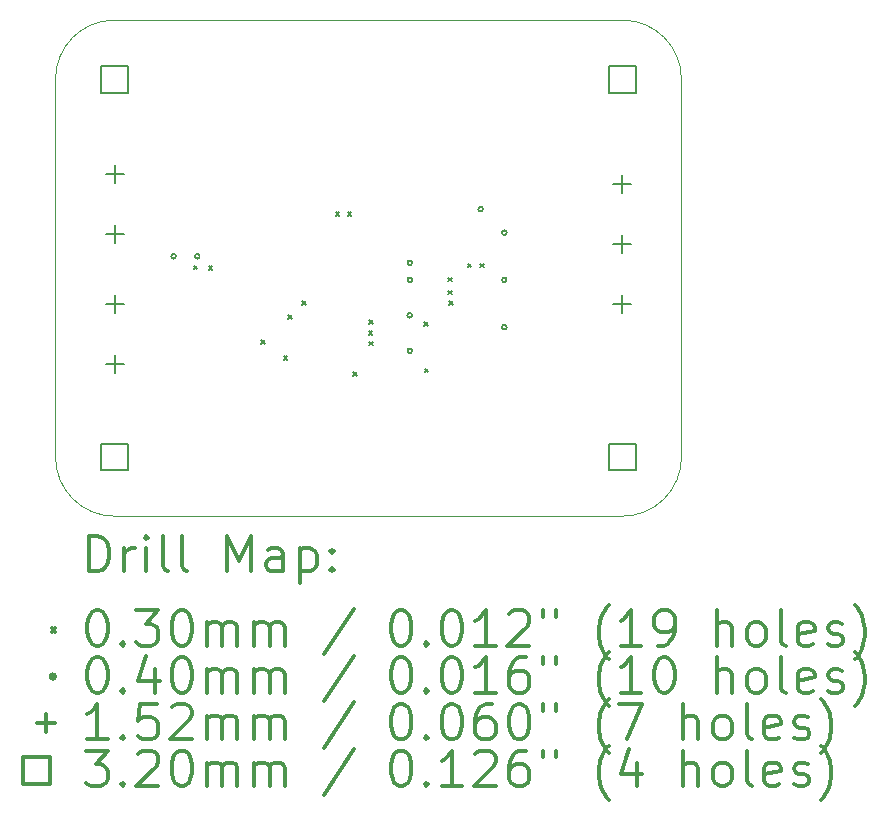
<source format=gbr>
%FSLAX45Y45*%
G04 Gerber Fmt 4.5, Leading zero omitted, Abs format (unit mm)*
G04 Created by KiCad (PCBNEW (5.1.9)-1) date 2021-08-16 02:36:11*
%MOMM*%
%LPD*%
G01*
G04 APERTURE LIST*
%TA.AperFunction,Profile*%
%ADD10C,0.050000*%
%TD*%
%ADD11C,0.200000*%
%ADD12C,0.300000*%
G04 APERTURE END LIST*
D10*
X18300000Y38500000D02*
X14000000Y38500000D01*
X14000000Y42700000D02*
X18300000Y42700000D01*
X13500000Y42200000D02*
G75*
G02*
X14000000Y42700000I500000J0D01*
G01*
X14000000Y38500000D02*
G75*
G02*
X13500000Y39000000I0J500000D01*
G01*
X13500000Y39000000D02*
X13500000Y42200000D01*
X18800000Y39000000D02*
G75*
G02*
X18300000Y38500000I-500000J0D01*
G01*
X18300000Y42700000D02*
G75*
G02*
X18800000Y42200000I0J-500000D01*
G01*
X18800000Y42200000D02*
X18800000Y39000000D01*
D11*
X14672000Y40620000D02*
X14702000Y40590000D01*
X14702000Y40620000D02*
X14672000Y40590000D01*
X14796000Y40615000D02*
X14826000Y40585000D01*
X14826000Y40615000D02*
X14796000Y40585000D01*
X15241000Y39991000D02*
X15271000Y39961000D01*
X15271000Y39991000D02*
X15241000Y39961000D01*
X15431000Y39852000D02*
X15461000Y39822000D01*
X15461000Y39852000D02*
X15431000Y39822000D01*
X15470000Y40200000D02*
X15500000Y40170000D01*
X15500000Y40200000D02*
X15470000Y40170000D01*
X15589000Y40320000D02*
X15619000Y40290000D01*
X15619000Y40320000D02*
X15589000Y40290000D01*
X15874000Y41074000D02*
X15904000Y41044000D01*
X15904000Y41074000D02*
X15874000Y41044000D01*
X15976000Y41073000D02*
X16006000Y41043000D01*
X16006000Y41073000D02*
X15976000Y41043000D01*
X16022000Y39720000D02*
X16052000Y39690000D01*
X16052000Y39720000D02*
X16022000Y39690000D01*
X16154000Y40068000D02*
X16184000Y40038000D01*
X16184000Y40068000D02*
X16154000Y40038000D01*
X16155000Y40157000D02*
X16185000Y40127000D01*
X16185000Y40157000D02*
X16155000Y40127000D01*
X16157000Y39977000D02*
X16187000Y39947000D01*
X16187000Y39977000D02*
X16157000Y39947000D01*
X16624000Y40140000D02*
X16654000Y40110000D01*
X16654000Y40140000D02*
X16624000Y40110000D01*
X16628000Y39749000D02*
X16658000Y39719000D01*
X16658000Y39749000D02*
X16628000Y39719000D01*
X16827000Y40518000D02*
X16857000Y40488000D01*
X16857000Y40518000D02*
X16827000Y40488000D01*
X16827000Y40408000D02*
X16857000Y40378000D01*
X16857000Y40408000D02*
X16827000Y40378000D01*
X16834000Y40319000D02*
X16864000Y40289000D01*
X16864000Y40319000D02*
X16834000Y40289000D01*
X16989000Y40636000D02*
X17019000Y40606000D01*
X17019000Y40636000D02*
X16989000Y40606000D01*
X17095000Y40636000D02*
X17125000Y40606000D01*
X17125000Y40636000D02*
X17095000Y40606000D01*
X14520000Y40700000D02*
G75*
G03*
X14520000Y40700000I-20000J0D01*
G01*
X14720000Y40700000D02*
G75*
G03*
X14720000Y40700000I-20000J0D01*
G01*
X16520000Y40645000D02*
G75*
G03*
X16520000Y40645000I-20000J0D01*
G01*
X16520000Y40500000D02*
G75*
G03*
X16520000Y40500000I-20000J0D01*
G01*
X16520000Y40200000D02*
G75*
G03*
X16520000Y40200000I-20000J0D01*
G01*
X16520000Y39900000D02*
G75*
G03*
X16520000Y39900000I-20000J0D01*
G01*
X17120000Y41100000D02*
G75*
G03*
X17120000Y41100000I-20000J0D01*
G01*
X17320000Y40900000D02*
G75*
G03*
X17320000Y40900000I-20000J0D01*
G01*
X17320000Y40500000D02*
G75*
G03*
X17320000Y40500000I-20000J0D01*
G01*
X17320000Y40100000D02*
G75*
G03*
X17320000Y40100000I-20000J0D01*
G01*
X14000000Y41476000D02*
X14000000Y41324000D01*
X13924000Y41400000D02*
X14076000Y41400000D01*
X14000000Y40968000D02*
X14000000Y40816000D01*
X13924000Y40892000D02*
X14076000Y40892000D01*
X14000000Y40376000D02*
X14000000Y40224000D01*
X13924000Y40300000D02*
X14076000Y40300000D01*
X14000000Y39868000D02*
X14000000Y39716000D01*
X13924000Y39792000D02*
X14076000Y39792000D01*
X18300000Y41392000D02*
X18300000Y41240000D01*
X18224000Y41316000D02*
X18376000Y41316000D01*
X18300000Y40884000D02*
X18300000Y40732000D01*
X18224000Y40808000D02*
X18376000Y40808000D01*
X18300000Y40376000D02*
X18300000Y40224000D01*
X18224000Y40300000D02*
X18376000Y40300000D01*
X14113138Y42086862D02*
X14113138Y42313138D01*
X13886862Y42313138D01*
X13886862Y42086862D01*
X14113138Y42086862D01*
X14113138Y38886862D02*
X14113138Y39113138D01*
X13886862Y39113138D01*
X13886862Y38886862D01*
X14113138Y38886862D01*
X18413138Y42086862D02*
X18413138Y42313138D01*
X18186862Y42313138D01*
X18186862Y42086862D01*
X18413138Y42086862D01*
X18413138Y38886862D02*
X18413138Y39113138D01*
X18186862Y39113138D01*
X18186862Y38886862D01*
X18413138Y38886862D01*
D12*
X13783928Y38031786D02*
X13783928Y38331786D01*
X13855357Y38331786D01*
X13898214Y38317500D01*
X13926786Y38288928D01*
X13941071Y38260357D01*
X13955357Y38203214D01*
X13955357Y38160357D01*
X13941071Y38103214D01*
X13926786Y38074643D01*
X13898214Y38046071D01*
X13855357Y38031786D01*
X13783928Y38031786D01*
X14083928Y38031786D02*
X14083928Y38231786D01*
X14083928Y38174643D02*
X14098214Y38203214D01*
X14112500Y38217500D01*
X14141071Y38231786D01*
X14169643Y38231786D01*
X14269643Y38031786D02*
X14269643Y38231786D01*
X14269643Y38331786D02*
X14255357Y38317500D01*
X14269643Y38303214D01*
X14283928Y38317500D01*
X14269643Y38331786D01*
X14269643Y38303214D01*
X14455357Y38031786D02*
X14426786Y38046071D01*
X14412500Y38074643D01*
X14412500Y38331786D01*
X14612500Y38031786D02*
X14583928Y38046071D01*
X14569643Y38074643D01*
X14569643Y38331786D01*
X14955357Y38031786D02*
X14955357Y38331786D01*
X15055357Y38117500D01*
X15155357Y38331786D01*
X15155357Y38031786D01*
X15426786Y38031786D02*
X15426786Y38188928D01*
X15412500Y38217500D01*
X15383928Y38231786D01*
X15326786Y38231786D01*
X15298214Y38217500D01*
X15426786Y38046071D02*
X15398214Y38031786D01*
X15326786Y38031786D01*
X15298214Y38046071D01*
X15283928Y38074643D01*
X15283928Y38103214D01*
X15298214Y38131786D01*
X15326786Y38146071D01*
X15398214Y38146071D01*
X15426786Y38160357D01*
X15569643Y38231786D02*
X15569643Y37931786D01*
X15569643Y38217500D02*
X15598214Y38231786D01*
X15655357Y38231786D01*
X15683928Y38217500D01*
X15698214Y38203214D01*
X15712500Y38174643D01*
X15712500Y38088928D01*
X15698214Y38060357D01*
X15683928Y38046071D01*
X15655357Y38031786D01*
X15598214Y38031786D01*
X15569643Y38046071D01*
X15841071Y38060357D02*
X15855357Y38046071D01*
X15841071Y38031786D01*
X15826786Y38046071D01*
X15841071Y38060357D01*
X15841071Y38031786D01*
X15841071Y38217500D02*
X15855357Y38203214D01*
X15841071Y38188928D01*
X15826786Y38203214D01*
X15841071Y38217500D01*
X15841071Y38188928D01*
X13467500Y37552500D02*
X13497500Y37522500D01*
X13497500Y37552500D02*
X13467500Y37522500D01*
X13841071Y37701786D02*
X13869643Y37701786D01*
X13898214Y37687500D01*
X13912500Y37673214D01*
X13926786Y37644643D01*
X13941071Y37587500D01*
X13941071Y37516071D01*
X13926786Y37458928D01*
X13912500Y37430357D01*
X13898214Y37416071D01*
X13869643Y37401786D01*
X13841071Y37401786D01*
X13812500Y37416071D01*
X13798214Y37430357D01*
X13783928Y37458928D01*
X13769643Y37516071D01*
X13769643Y37587500D01*
X13783928Y37644643D01*
X13798214Y37673214D01*
X13812500Y37687500D01*
X13841071Y37701786D01*
X14069643Y37430357D02*
X14083928Y37416071D01*
X14069643Y37401786D01*
X14055357Y37416071D01*
X14069643Y37430357D01*
X14069643Y37401786D01*
X14183928Y37701786D02*
X14369643Y37701786D01*
X14269643Y37587500D01*
X14312500Y37587500D01*
X14341071Y37573214D01*
X14355357Y37558928D01*
X14369643Y37530357D01*
X14369643Y37458928D01*
X14355357Y37430357D01*
X14341071Y37416071D01*
X14312500Y37401786D01*
X14226786Y37401786D01*
X14198214Y37416071D01*
X14183928Y37430357D01*
X14555357Y37701786D02*
X14583928Y37701786D01*
X14612500Y37687500D01*
X14626786Y37673214D01*
X14641071Y37644643D01*
X14655357Y37587500D01*
X14655357Y37516071D01*
X14641071Y37458928D01*
X14626786Y37430357D01*
X14612500Y37416071D01*
X14583928Y37401786D01*
X14555357Y37401786D01*
X14526786Y37416071D01*
X14512500Y37430357D01*
X14498214Y37458928D01*
X14483928Y37516071D01*
X14483928Y37587500D01*
X14498214Y37644643D01*
X14512500Y37673214D01*
X14526786Y37687500D01*
X14555357Y37701786D01*
X14783928Y37401786D02*
X14783928Y37601786D01*
X14783928Y37573214D02*
X14798214Y37587500D01*
X14826786Y37601786D01*
X14869643Y37601786D01*
X14898214Y37587500D01*
X14912500Y37558928D01*
X14912500Y37401786D01*
X14912500Y37558928D02*
X14926786Y37587500D01*
X14955357Y37601786D01*
X14998214Y37601786D01*
X15026786Y37587500D01*
X15041071Y37558928D01*
X15041071Y37401786D01*
X15183928Y37401786D02*
X15183928Y37601786D01*
X15183928Y37573214D02*
X15198214Y37587500D01*
X15226786Y37601786D01*
X15269643Y37601786D01*
X15298214Y37587500D01*
X15312500Y37558928D01*
X15312500Y37401786D01*
X15312500Y37558928D02*
X15326786Y37587500D01*
X15355357Y37601786D01*
X15398214Y37601786D01*
X15426786Y37587500D01*
X15441071Y37558928D01*
X15441071Y37401786D01*
X16026786Y37716071D02*
X15769643Y37330357D01*
X16412500Y37701786D02*
X16441071Y37701786D01*
X16469643Y37687500D01*
X16483928Y37673214D01*
X16498214Y37644643D01*
X16512500Y37587500D01*
X16512500Y37516071D01*
X16498214Y37458928D01*
X16483928Y37430357D01*
X16469643Y37416071D01*
X16441071Y37401786D01*
X16412500Y37401786D01*
X16383928Y37416071D01*
X16369643Y37430357D01*
X16355357Y37458928D01*
X16341071Y37516071D01*
X16341071Y37587500D01*
X16355357Y37644643D01*
X16369643Y37673214D01*
X16383928Y37687500D01*
X16412500Y37701786D01*
X16641071Y37430357D02*
X16655357Y37416071D01*
X16641071Y37401786D01*
X16626786Y37416071D01*
X16641071Y37430357D01*
X16641071Y37401786D01*
X16841071Y37701786D02*
X16869643Y37701786D01*
X16898214Y37687500D01*
X16912500Y37673214D01*
X16926786Y37644643D01*
X16941071Y37587500D01*
X16941071Y37516071D01*
X16926786Y37458928D01*
X16912500Y37430357D01*
X16898214Y37416071D01*
X16869643Y37401786D01*
X16841071Y37401786D01*
X16812500Y37416071D01*
X16798214Y37430357D01*
X16783928Y37458928D01*
X16769643Y37516071D01*
X16769643Y37587500D01*
X16783928Y37644643D01*
X16798214Y37673214D01*
X16812500Y37687500D01*
X16841071Y37701786D01*
X17226786Y37401786D02*
X17055357Y37401786D01*
X17141071Y37401786D02*
X17141071Y37701786D01*
X17112500Y37658928D01*
X17083928Y37630357D01*
X17055357Y37616071D01*
X17341071Y37673214D02*
X17355357Y37687500D01*
X17383928Y37701786D01*
X17455357Y37701786D01*
X17483928Y37687500D01*
X17498214Y37673214D01*
X17512500Y37644643D01*
X17512500Y37616071D01*
X17498214Y37573214D01*
X17326786Y37401786D01*
X17512500Y37401786D01*
X17626786Y37701786D02*
X17626786Y37644643D01*
X17741071Y37701786D02*
X17741071Y37644643D01*
X18183928Y37287500D02*
X18169643Y37301786D01*
X18141071Y37344643D01*
X18126786Y37373214D01*
X18112500Y37416071D01*
X18098214Y37487500D01*
X18098214Y37544643D01*
X18112500Y37616071D01*
X18126786Y37658928D01*
X18141071Y37687500D01*
X18169643Y37730357D01*
X18183928Y37744643D01*
X18455357Y37401786D02*
X18283928Y37401786D01*
X18369643Y37401786D02*
X18369643Y37701786D01*
X18341071Y37658928D01*
X18312500Y37630357D01*
X18283928Y37616071D01*
X18598214Y37401786D02*
X18655357Y37401786D01*
X18683928Y37416071D01*
X18698214Y37430357D01*
X18726786Y37473214D01*
X18741071Y37530357D01*
X18741071Y37644643D01*
X18726786Y37673214D01*
X18712500Y37687500D01*
X18683928Y37701786D01*
X18626786Y37701786D01*
X18598214Y37687500D01*
X18583928Y37673214D01*
X18569643Y37644643D01*
X18569643Y37573214D01*
X18583928Y37544643D01*
X18598214Y37530357D01*
X18626786Y37516071D01*
X18683928Y37516071D01*
X18712500Y37530357D01*
X18726786Y37544643D01*
X18741071Y37573214D01*
X19098214Y37401786D02*
X19098214Y37701786D01*
X19226786Y37401786D02*
X19226786Y37558928D01*
X19212500Y37587500D01*
X19183928Y37601786D01*
X19141071Y37601786D01*
X19112500Y37587500D01*
X19098214Y37573214D01*
X19412500Y37401786D02*
X19383928Y37416071D01*
X19369643Y37430357D01*
X19355357Y37458928D01*
X19355357Y37544643D01*
X19369643Y37573214D01*
X19383928Y37587500D01*
X19412500Y37601786D01*
X19455357Y37601786D01*
X19483928Y37587500D01*
X19498214Y37573214D01*
X19512500Y37544643D01*
X19512500Y37458928D01*
X19498214Y37430357D01*
X19483928Y37416071D01*
X19455357Y37401786D01*
X19412500Y37401786D01*
X19683928Y37401786D02*
X19655357Y37416071D01*
X19641071Y37444643D01*
X19641071Y37701786D01*
X19912500Y37416071D02*
X19883928Y37401786D01*
X19826786Y37401786D01*
X19798214Y37416071D01*
X19783928Y37444643D01*
X19783928Y37558928D01*
X19798214Y37587500D01*
X19826786Y37601786D01*
X19883928Y37601786D01*
X19912500Y37587500D01*
X19926786Y37558928D01*
X19926786Y37530357D01*
X19783928Y37501786D01*
X20041071Y37416071D02*
X20069643Y37401786D01*
X20126786Y37401786D01*
X20155357Y37416071D01*
X20169643Y37444643D01*
X20169643Y37458928D01*
X20155357Y37487500D01*
X20126786Y37501786D01*
X20083928Y37501786D01*
X20055357Y37516071D01*
X20041071Y37544643D01*
X20041071Y37558928D01*
X20055357Y37587500D01*
X20083928Y37601786D01*
X20126786Y37601786D01*
X20155357Y37587500D01*
X20269643Y37287500D02*
X20283928Y37301786D01*
X20312500Y37344643D01*
X20326786Y37373214D01*
X20341071Y37416071D01*
X20355357Y37487500D01*
X20355357Y37544643D01*
X20341071Y37616071D01*
X20326786Y37658928D01*
X20312500Y37687500D01*
X20283928Y37730357D01*
X20269643Y37744643D01*
X13497500Y37141500D02*
G75*
G03*
X13497500Y37141500I-20000J0D01*
G01*
X13841071Y37305786D02*
X13869643Y37305786D01*
X13898214Y37291500D01*
X13912500Y37277214D01*
X13926786Y37248643D01*
X13941071Y37191500D01*
X13941071Y37120071D01*
X13926786Y37062928D01*
X13912500Y37034357D01*
X13898214Y37020071D01*
X13869643Y37005786D01*
X13841071Y37005786D01*
X13812500Y37020071D01*
X13798214Y37034357D01*
X13783928Y37062928D01*
X13769643Y37120071D01*
X13769643Y37191500D01*
X13783928Y37248643D01*
X13798214Y37277214D01*
X13812500Y37291500D01*
X13841071Y37305786D01*
X14069643Y37034357D02*
X14083928Y37020071D01*
X14069643Y37005786D01*
X14055357Y37020071D01*
X14069643Y37034357D01*
X14069643Y37005786D01*
X14341071Y37205786D02*
X14341071Y37005786D01*
X14269643Y37320071D02*
X14198214Y37105786D01*
X14383928Y37105786D01*
X14555357Y37305786D02*
X14583928Y37305786D01*
X14612500Y37291500D01*
X14626786Y37277214D01*
X14641071Y37248643D01*
X14655357Y37191500D01*
X14655357Y37120071D01*
X14641071Y37062928D01*
X14626786Y37034357D01*
X14612500Y37020071D01*
X14583928Y37005786D01*
X14555357Y37005786D01*
X14526786Y37020071D01*
X14512500Y37034357D01*
X14498214Y37062928D01*
X14483928Y37120071D01*
X14483928Y37191500D01*
X14498214Y37248643D01*
X14512500Y37277214D01*
X14526786Y37291500D01*
X14555357Y37305786D01*
X14783928Y37005786D02*
X14783928Y37205786D01*
X14783928Y37177214D02*
X14798214Y37191500D01*
X14826786Y37205786D01*
X14869643Y37205786D01*
X14898214Y37191500D01*
X14912500Y37162928D01*
X14912500Y37005786D01*
X14912500Y37162928D02*
X14926786Y37191500D01*
X14955357Y37205786D01*
X14998214Y37205786D01*
X15026786Y37191500D01*
X15041071Y37162928D01*
X15041071Y37005786D01*
X15183928Y37005786D02*
X15183928Y37205786D01*
X15183928Y37177214D02*
X15198214Y37191500D01*
X15226786Y37205786D01*
X15269643Y37205786D01*
X15298214Y37191500D01*
X15312500Y37162928D01*
X15312500Y37005786D01*
X15312500Y37162928D02*
X15326786Y37191500D01*
X15355357Y37205786D01*
X15398214Y37205786D01*
X15426786Y37191500D01*
X15441071Y37162928D01*
X15441071Y37005786D01*
X16026786Y37320071D02*
X15769643Y36934357D01*
X16412500Y37305786D02*
X16441071Y37305786D01*
X16469643Y37291500D01*
X16483928Y37277214D01*
X16498214Y37248643D01*
X16512500Y37191500D01*
X16512500Y37120071D01*
X16498214Y37062928D01*
X16483928Y37034357D01*
X16469643Y37020071D01*
X16441071Y37005786D01*
X16412500Y37005786D01*
X16383928Y37020071D01*
X16369643Y37034357D01*
X16355357Y37062928D01*
X16341071Y37120071D01*
X16341071Y37191500D01*
X16355357Y37248643D01*
X16369643Y37277214D01*
X16383928Y37291500D01*
X16412500Y37305786D01*
X16641071Y37034357D02*
X16655357Y37020071D01*
X16641071Y37005786D01*
X16626786Y37020071D01*
X16641071Y37034357D01*
X16641071Y37005786D01*
X16841071Y37305786D02*
X16869643Y37305786D01*
X16898214Y37291500D01*
X16912500Y37277214D01*
X16926786Y37248643D01*
X16941071Y37191500D01*
X16941071Y37120071D01*
X16926786Y37062928D01*
X16912500Y37034357D01*
X16898214Y37020071D01*
X16869643Y37005786D01*
X16841071Y37005786D01*
X16812500Y37020071D01*
X16798214Y37034357D01*
X16783928Y37062928D01*
X16769643Y37120071D01*
X16769643Y37191500D01*
X16783928Y37248643D01*
X16798214Y37277214D01*
X16812500Y37291500D01*
X16841071Y37305786D01*
X17226786Y37005786D02*
X17055357Y37005786D01*
X17141071Y37005786D02*
X17141071Y37305786D01*
X17112500Y37262928D01*
X17083928Y37234357D01*
X17055357Y37220071D01*
X17483928Y37305786D02*
X17426786Y37305786D01*
X17398214Y37291500D01*
X17383928Y37277214D01*
X17355357Y37234357D01*
X17341071Y37177214D01*
X17341071Y37062928D01*
X17355357Y37034357D01*
X17369643Y37020071D01*
X17398214Y37005786D01*
X17455357Y37005786D01*
X17483928Y37020071D01*
X17498214Y37034357D01*
X17512500Y37062928D01*
X17512500Y37134357D01*
X17498214Y37162928D01*
X17483928Y37177214D01*
X17455357Y37191500D01*
X17398214Y37191500D01*
X17369643Y37177214D01*
X17355357Y37162928D01*
X17341071Y37134357D01*
X17626786Y37305786D02*
X17626786Y37248643D01*
X17741071Y37305786D02*
X17741071Y37248643D01*
X18183928Y36891500D02*
X18169643Y36905786D01*
X18141071Y36948643D01*
X18126786Y36977214D01*
X18112500Y37020071D01*
X18098214Y37091500D01*
X18098214Y37148643D01*
X18112500Y37220071D01*
X18126786Y37262928D01*
X18141071Y37291500D01*
X18169643Y37334357D01*
X18183928Y37348643D01*
X18455357Y37005786D02*
X18283928Y37005786D01*
X18369643Y37005786D02*
X18369643Y37305786D01*
X18341071Y37262928D01*
X18312500Y37234357D01*
X18283928Y37220071D01*
X18641071Y37305786D02*
X18669643Y37305786D01*
X18698214Y37291500D01*
X18712500Y37277214D01*
X18726786Y37248643D01*
X18741071Y37191500D01*
X18741071Y37120071D01*
X18726786Y37062928D01*
X18712500Y37034357D01*
X18698214Y37020071D01*
X18669643Y37005786D01*
X18641071Y37005786D01*
X18612500Y37020071D01*
X18598214Y37034357D01*
X18583928Y37062928D01*
X18569643Y37120071D01*
X18569643Y37191500D01*
X18583928Y37248643D01*
X18598214Y37277214D01*
X18612500Y37291500D01*
X18641071Y37305786D01*
X19098214Y37005786D02*
X19098214Y37305786D01*
X19226786Y37005786D02*
X19226786Y37162928D01*
X19212500Y37191500D01*
X19183928Y37205786D01*
X19141071Y37205786D01*
X19112500Y37191500D01*
X19098214Y37177214D01*
X19412500Y37005786D02*
X19383928Y37020071D01*
X19369643Y37034357D01*
X19355357Y37062928D01*
X19355357Y37148643D01*
X19369643Y37177214D01*
X19383928Y37191500D01*
X19412500Y37205786D01*
X19455357Y37205786D01*
X19483928Y37191500D01*
X19498214Y37177214D01*
X19512500Y37148643D01*
X19512500Y37062928D01*
X19498214Y37034357D01*
X19483928Y37020071D01*
X19455357Y37005786D01*
X19412500Y37005786D01*
X19683928Y37005786D02*
X19655357Y37020071D01*
X19641071Y37048643D01*
X19641071Y37305786D01*
X19912500Y37020071D02*
X19883928Y37005786D01*
X19826786Y37005786D01*
X19798214Y37020071D01*
X19783928Y37048643D01*
X19783928Y37162928D01*
X19798214Y37191500D01*
X19826786Y37205786D01*
X19883928Y37205786D01*
X19912500Y37191500D01*
X19926786Y37162928D01*
X19926786Y37134357D01*
X19783928Y37105786D01*
X20041071Y37020071D02*
X20069643Y37005786D01*
X20126786Y37005786D01*
X20155357Y37020071D01*
X20169643Y37048643D01*
X20169643Y37062928D01*
X20155357Y37091500D01*
X20126786Y37105786D01*
X20083928Y37105786D01*
X20055357Y37120071D01*
X20041071Y37148643D01*
X20041071Y37162928D01*
X20055357Y37191500D01*
X20083928Y37205786D01*
X20126786Y37205786D01*
X20155357Y37191500D01*
X20269643Y36891500D02*
X20283928Y36905786D01*
X20312500Y36948643D01*
X20326786Y36977214D01*
X20341071Y37020071D01*
X20355357Y37091500D01*
X20355357Y37148643D01*
X20341071Y37220071D01*
X20326786Y37262928D01*
X20312500Y37291500D01*
X20283928Y37334357D01*
X20269643Y37348643D01*
X13421500Y36821500D02*
X13421500Y36669500D01*
X13345500Y36745500D02*
X13497500Y36745500D01*
X13941071Y36609786D02*
X13769643Y36609786D01*
X13855357Y36609786D02*
X13855357Y36909786D01*
X13826786Y36866928D01*
X13798214Y36838357D01*
X13769643Y36824071D01*
X14069643Y36638357D02*
X14083928Y36624071D01*
X14069643Y36609786D01*
X14055357Y36624071D01*
X14069643Y36638357D01*
X14069643Y36609786D01*
X14355357Y36909786D02*
X14212500Y36909786D01*
X14198214Y36766928D01*
X14212500Y36781214D01*
X14241071Y36795500D01*
X14312500Y36795500D01*
X14341071Y36781214D01*
X14355357Y36766928D01*
X14369643Y36738357D01*
X14369643Y36666928D01*
X14355357Y36638357D01*
X14341071Y36624071D01*
X14312500Y36609786D01*
X14241071Y36609786D01*
X14212500Y36624071D01*
X14198214Y36638357D01*
X14483928Y36881214D02*
X14498214Y36895500D01*
X14526786Y36909786D01*
X14598214Y36909786D01*
X14626786Y36895500D01*
X14641071Y36881214D01*
X14655357Y36852643D01*
X14655357Y36824071D01*
X14641071Y36781214D01*
X14469643Y36609786D01*
X14655357Y36609786D01*
X14783928Y36609786D02*
X14783928Y36809786D01*
X14783928Y36781214D02*
X14798214Y36795500D01*
X14826786Y36809786D01*
X14869643Y36809786D01*
X14898214Y36795500D01*
X14912500Y36766928D01*
X14912500Y36609786D01*
X14912500Y36766928D02*
X14926786Y36795500D01*
X14955357Y36809786D01*
X14998214Y36809786D01*
X15026786Y36795500D01*
X15041071Y36766928D01*
X15041071Y36609786D01*
X15183928Y36609786D02*
X15183928Y36809786D01*
X15183928Y36781214D02*
X15198214Y36795500D01*
X15226786Y36809786D01*
X15269643Y36809786D01*
X15298214Y36795500D01*
X15312500Y36766928D01*
X15312500Y36609786D01*
X15312500Y36766928D02*
X15326786Y36795500D01*
X15355357Y36809786D01*
X15398214Y36809786D01*
X15426786Y36795500D01*
X15441071Y36766928D01*
X15441071Y36609786D01*
X16026786Y36924071D02*
X15769643Y36538357D01*
X16412500Y36909786D02*
X16441071Y36909786D01*
X16469643Y36895500D01*
X16483928Y36881214D01*
X16498214Y36852643D01*
X16512500Y36795500D01*
X16512500Y36724071D01*
X16498214Y36666928D01*
X16483928Y36638357D01*
X16469643Y36624071D01*
X16441071Y36609786D01*
X16412500Y36609786D01*
X16383928Y36624071D01*
X16369643Y36638357D01*
X16355357Y36666928D01*
X16341071Y36724071D01*
X16341071Y36795500D01*
X16355357Y36852643D01*
X16369643Y36881214D01*
X16383928Y36895500D01*
X16412500Y36909786D01*
X16641071Y36638357D02*
X16655357Y36624071D01*
X16641071Y36609786D01*
X16626786Y36624071D01*
X16641071Y36638357D01*
X16641071Y36609786D01*
X16841071Y36909786D02*
X16869643Y36909786D01*
X16898214Y36895500D01*
X16912500Y36881214D01*
X16926786Y36852643D01*
X16941071Y36795500D01*
X16941071Y36724071D01*
X16926786Y36666928D01*
X16912500Y36638357D01*
X16898214Y36624071D01*
X16869643Y36609786D01*
X16841071Y36609786D01*
X16812500Y36624071D01*
X16798214Y36638357D01*
X16783928Y36666928D01*
X16769643Y36724071D01*
X16769643Y36795500D01*
X16783928Y36852643D01*
X16798214Y36881214D01*
X16812500Y36895500D01*
X16841071Y36909786D01*
X17198214Y36909786D02*
X17141071Y36909786D01*
X17112500Y36895500D01*
X17098214Y36881214D01*
X17069643Y36838357D01*
X17055357Y36781214D01*
X17055357Y36666928D01*
X17069643Y36638357D01*
X17083928Y36624071D01*
X17112500Y36609786D01*
X17169643Y36609786D01*
X17198214Y36624071D01*
X17212500Y36638357D01*
X17226786Y36666928D01*
X17226786Y36738357D01*
X17212500Y36766928D01*
X17198214Y36781214D01*
X17169643Y36795500D01*
X17112500Y36795500D01*
X17083928Y36781214D01*
X17069643Y36766928D01*
X17055357Y36738357D01*
X17412500Y36909786D02*
X17441071Y36909786D01*
X17469643Y36895500D01*
X17483928Y36881214D01*
X17498214Y36852643D01*
X17512500Y36795500D01*
X17512500Y36724071D01*
X17498214Y36666928D01*
X17483928Y36638357D01*
X17469643Y36624071D01*
X17441071Y36609786D01*
X17412500Y36609786D01*
X17383928Y36624071D01*
X17369643Y36638357D01*
X17355357Y36666928D01*
X17341071Y36724071D01*
X17341071Y36795500D01*
X17355357Y36852643D01*
X17369643Y36881214D01*
X17383928Y36895500D01*
X17412500Y36909786D01*
X17626786Y36909786D02*
X17626786Y36852643D01*
X17741071Y36909786D02*
X17741071Y36852643D01*
X18183928Y36495500D02*
X18169643Y36509786D01*
X18141071Y36552643D01*
X18126786Y36581214D01*
X18112500Y36624071D01*
X18098214Y36695500D01*
X18098214Y36752643D01*
X18112500Y36824071D01*
X18126786Y36866928D01*
X18141071Y36895500D01*
X18169643Y36938357D01*
X18183928Y36952643D01*
X18269643Y36909786D02*
X18469643Y36909786D01*
X18341071Y36609786D01*
X18812500Y36609786D02*
X18812500Y36909786D01*
X18941071Y36609786D02*
X18941071Y36766928D01*
X18926786Y36795500D01*
X18898214Y36809786D01*
X18855357Y36809786D01*
X18826786Y36795500D01*
X18812500Y36781214D01*
X19126786Y36609786D02*
X19098214Y36624071D01*
X19083928Y36638357D01*
X19069643Y36666928D01*
X19069643Y36752643D01*
X19083928Y36781214D01*
X19098214Y36795500D01*
X19126786Y36809786D01*
X19169643Y36809786D01*
X19198214Y36795500D01*
X19212500Y36781214D01*
X19226786Y36752643D01*
X19226786Y36666928D01*
X19212500Y36638357D01*
X19198214Y36624071D01*
X19169643Y36609786D01*
X19126786Y36609786D01*
X19398214Y36609786D02*
X19369643Y36624071D01*
X19355357Y36652643D01*
X19355357Y36909786D01*
X19626786Y36624071D02*
X19598214Y36609786D01*
X19541071Y36609786D01*
X19512500Y36624071D01*
X19498214Y36652643D01*
X19498214Y36766928D01*
X19512500Y36795500D01*
X19541071Y36809786D01*
X19598214Y36809786D01*
X19626786Y36795500D01*
X19641071Y36766928D01*
X19641071Y36738357D01*
X19498214Y36709786D01*
X19755357Y36624071D02*
X19783928Y36609786D01*
X19841071Y36609786D01*
X19869643Y36624071D01*
X19883928Y36652643D01*
X19883928Y36666928D01*
X19869643Y36695500D01*
X19841071Y36709786D01*
X19798214Y36709786D01*
X19769643Y36724071D01*
X19755357Y36752643D01*
X19755357Y36766928D01*
X19769643Y36795500D01*
X19798214Y36809786D01*
X19841071Y36809786D01*
X19869643Y36795500D01*
X19983928Y36495500D02*
X19998214Y36509786D01*
X20026786Y36552643D01*
X20041071Y36581214D01*
X20055357Y36624071D01*
X20069643Y36695500D01*
X20069643Y36752643D01*
X20055357Y36824071D01*
X20041071Y36866928D01*
X20026786Y36895500D01*
X19998214Y36938357D01*
X19983928Y36952643D01*
X13450638Y36236362D02*
X13450638Y36462638D01*
X13224362Y36462638D01*
X13224362Y36236362D01*
X13450638Y36236362D01*
X13755357Y36513786D02*
X13941071Y36513786D01*
X13841071Y36399500D01*
X13883928Y36399500D01*
X13912500Y36385214D01*
X13926786Y36370928D01*
X13941071Y36342357D01*
X13941071Y36270928D01*
X13926786Y36242357D01*
X13912500Y36228071D01*
X13883928Y36213786D01*
X13798214Y36213786D01*
X13769643Y36228071D01*
X13755357Y36242357D01*
X14069643Y36242357D02*
X14083928Y36228071D01*
X14069643Y36213786D01*
X14055357Y36228071D01*
X14069643Y36242357D01*
X14069643Y36213786D01*
X14198214Y36485214D02*
X14212500Y36499500D01*
X14241071Y36513786D01*
X14312500Y36513786D01*
X14341071Y36499500D01*
X14355357Y36485214D01*
X14369643Y36456643D01*
X14369643Y36428071D01*
X14355357Y36385214D01*
X14183928Y36213786D01*
X14369643Y36213786D01*
X14555357Y36513786D02*
X14583928Y36513786D01*
X14612500Y36499500D01*
X14626786Y36485214D01*
X14641071Y36456643D01*
X14655357Y36399500D01*
X14655357Y36328071D01*
X14641071Y36270928D01*
X14626786Y36242357D01*
X14612500Y36228071D01*
X14583928Y36213786D01*
X14555357Y36213786D01*
X14526786Y36228071D01*
X14512500Y36242357D01*
X14498214Y36270928D01*
X14483928Y36328071D01*
X14483928Y36399500D01*
X14498214Y36456643D01*
X14512500Y36485214D01*
X14526786Y36499500D01*
X14555357Y36513786D01*
X14783928Y36213786D02*
X14783928Y36413786D01*
X14783928Y36385214D02*
X14798214Y36399500D01*
X14826786Y36413786D01*
X14869643Y36413786D01*
X14898214Y36399500D01*
X14912500Y36370928D01*
X14912500Y36213786D01*
X14912500Y36370928D02*
X14926786Y36399500D01*
X14955357Y36413786D01*
X14998214Y36413786D01*
X15026786Y36399500D01*
X15041071Y36370928D01*
X15041071Y36213786D01*
X15183928Y36213786D02*
X15183928Y36413786D01*
X15183928Y36385214D02*
X15198214Y36399500D01*
X15226786Y36413786D01*
X15269643Y36413786D01*
X15298214Y36399500D01*
X15312500Y36370928D01*
X15312500Y36213786D01*
X15312500Y36370928D02*
X15326786Y36399500D01*
X15355357Y36413786D01*
X15398214Y36413786D01*
X15426786Y36399500D01*
X15441071Y36370928D01*
X15441071Y36213786D01*
X16026786Y36528071D02*
X15769643Y36142357D01*
X16412500Y36513786D02*
X16441071Y36513786D01*
X16469643Y36499500D01*
X16483928Y36485214D01*
X16498214Y36456643D01*
X16512500Y36399500D01*
X16512500Y36328071D01*
X16498214Y36270928D01*
X16483928Y36242357D01*
X16469643Y36228071D01*
X16441071Y36213786D01*
X16412500Y36213786D01*
X16383928Y36228071D01*
X16369643Y36242357D01*
X16355357Y36270928D01*
X16341071Y36328071D01*
X16341071Y36399500D01*
X16355357Y36456643D01*
X16369643Y36485214D01*
X16383928Y36499500D01*
X16412500Y36513786D01*
X16641071Y36242357D02*
X16655357Y36228071D01*
X16641071Y36213786D01*
X16626786Y36228071D01*
X16641071Y36242357D01*
X16641071Y36213786D01*
X16941071Y36213786D02*
X16769643Y36213786D01*
X16855357Y36213786D02*
X16855357Y36513786D01*
X16826786Y36470928D01*
X16798214Y36442357D01*
X16769643Y36428071D01*
X17055357Y36485214D02*
X17069643Y36499500D01*
X17098214Y36513786D01*
X17169643Y36513786D01*
X17198214Y36499500D01*
X17212500Y36485214D01*
X17226786Y36456643D01*
X17226786Y36428071D01*
X17212500Y36385214D01*
X17041071Y36213786D01*
X17226786Y36213786D01*
X17483928Y36513786D02*
X17426786Y36513786D01*
X17398214Y36499500D01*
X17383928Y36485214D01*
X17355357Y36442357D01*
X17341071Y36385214D01*
X17341071Y36270928D01*
X17355357Y36242357D01*
X17369643Y36228071D01*
X17398214Y36213786D01*
X17455357Y36213786D01*
X17483928Y36228071D01*
X17498214Y36242357D01*
X17512500Y36270928D01*
X17512500Y36342357D01*
X17498214Y36370928D01*
X17483928Y36385214D01*
X17455357Y36399500D01*
X17398214Y36399500D01*
X17369643Y36385214D01*
X17355357Y36370928D01*
X17341071Y36342357D01*
X17626786Y36513786D02*
X17626786Y36456643D01*
X17741071Y36513786D02*
X17741071Y36456643D01*
X18183928Y36099500D02*
X18169643Y36113786D01*
X18141071Y36156643D01*
X18126786Y36185214D01*
X18112500Y36228071D01*
X18098214Y36299500D01*
X18098214Y36356643D01*
X18112500Y36428071D01*
X18126786Y36470928D01*
X18141071Y36499500D01*
X18169643Y36542357D01*
X18183928Y36556643D01*
X18426786Y36413786D02*
X18426786Y36213786D01*
X18355357Y36528071D02*
X18283928Y36313786D01*
X18469643Y36313786D01*
X18812500Y36213786D02*
X18812500Y36513786D01*
X18941071Y36213786D02*
X18941071Y36370928D01*
X18926786Y36399500D01*
X18898214Y36413786D01*
X18855357Y36413786D01*
X18826786Y36399500D01*
X18812500Y36385214D01*
X19126786Y36213786D02*
X19098214Y36228071D01*
X19083928Y36242357D01*
X19069643Y36270928D01*
X19069643Y36356643D01*
X19083928Y36385214D01*
X19098214Y36399500D01*
X19126786Y36413786D01*
X19169643Y36413786D01*
X19198214Y36399500D01*
X19212500Y36385214D01*
X19226786Y36356643D01*
X19226786Y36270928D01*
X19212500Y36242357D01*
X19198214Y36228071D01*
X19169643Y36213786D01*
X19126786Y36213786D01*
X19398214Y36213786D02*
X19369643Y36228071D01*
X19355357Y36256643D01*
X19355357Y36513786D01*
X19626786Y36228071D02*
X19598214Y36213786D01*
X19541071Y36213786D01*
X19512500Y36228071D01*
X19498214Y36256643D01*
X19498214Y36370928D01*
X19512500Y36399500D01*
X19541071Y36413786D01*
X19598214Y36413786D01*
X19626786Y36399500D01*
X19641071Y36370928D01*
X19641071Y36342357D01*
X19498214Y36313786D01*
X19755357Y36228071D02*
X19783928Y36213786D01*
X19841071Y36213786D01*
X19869643Y36228071D01*
X19883928Y36256643D01*
X19883928Y36270928D01*
X19869643Y36299500D01*
X19841071Y36313786D01*
X19798214Y36313786D01*
X19769643Y36328071D01*
X19755357Y36356643D01*
X19755357Y36370928D01*
X19769643Y36399500D01*
X19798214Y36413786D01*
X19841071Y36413786D01*
X19869643Y36399500D01*
X19983928Y36099500D02*
X19998214Y36113786D01*
X20026786Y36156643D01*
X20041071Y36185214D01*
X20055357Y36228071D01*
X20069643Y36299500D01*
X20069643Y36356643D01*
X20055357Y36428071D01*
X20041071Y36470928D01*
X20026786Y36499500D01*
X19998214Y36542357D01*
X19983928Y36556643D01*
M02*

</source>
